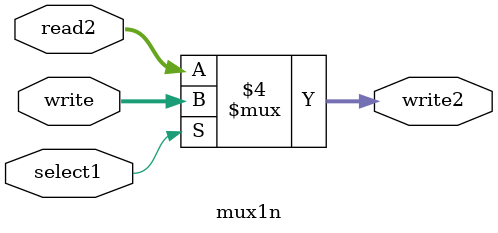
<source format=v>
module mux1n(read2, write, select1, write2);

input [4:0] read2, write;
input select1;
output reg [4:0] write2;

always @(*)
begin 
	if ( select1 == 1 ) begin
		write2 = write;
	end else begin
		write2 = read2;
	end
end
endmodule

</source>
